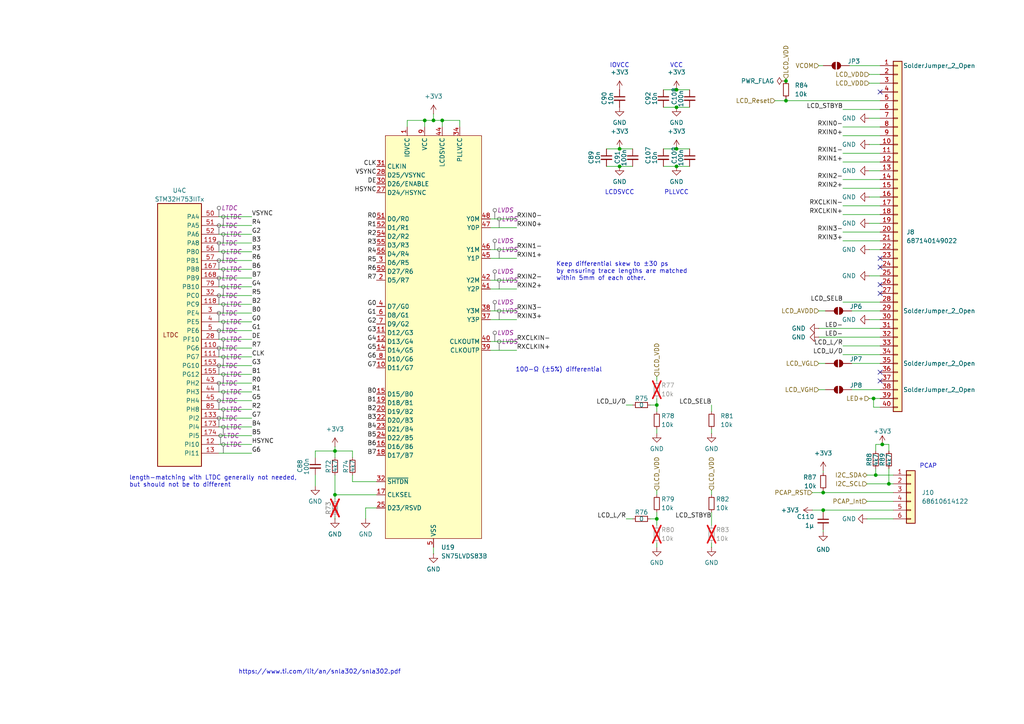
<source format=kicad_sch>
(kicad_sch
	(version 20250114)
	(generator "eeschema")
	(generator_version "9.0")
	(uuid "cfc08744-1338-460e-b9d6-bbb983fd58f1")
	(paper "A4")
	
	(text "100-Ω (±5%) differential "
		(exclude_from_sim no)
		(at 162.56 107.315 0)
		(effects
			(font
				(size 1.27 1.27)
			)
		)
		(uuid "1da41025-8cff-4a99-b544-8c763a73e2d1")
	)
	(text "length-matching with LTDC generally not needed,\nbut should not be to different"
		(exclude_from_sim no)
		(at 37.465 139.7 0)
		(effects
			(font
				(size 1.27 1.27)
			)
			(justify left)
		)
		(uuid "64ed9242-f7ed-489f-9dcd-11e30be8f01f")
	)
	(text "PLLVCC"
		(exclude_from_sim no)
		(at 196.215 55.88 0)
		(effects
			(font
				(size 1.27 1.27)
			)
		)
		(uuid "69441736-eb38-4f01-a3f7-3aea416466f1")
	)
	(text "VCC"
		(exclude_from_sim no)
		(at 196.215 19.05 0)
		(effects
			(font
				(size 1.27 1.27)
			)
		)
		(uuid "7910a5ee-8ec7-4e91-a5a0-12c5f115d328")
	)
	(text "Keep differential skew to ±30 ps\nby ensuring trace lengths are matched\nwithin 5mm of each other."
		(exclude_from_sim no)
		(at 161.29 78.74 0)
		(effects
			(font
				(size 1.27 1.27)
			)
			(justify left)
		)
		(uuid "8eeb9b79-d79c-41a9-8eb5-1c00247d0260")
	)
	(text "PCAP"
		(exclude_from_sim no)
		(at 269.24 135.255 0)
		(effects
			(font
				(size 1.27 1.27)
			)
		)
		(uuid "953f9d08-beaa-4a51-9778-13ce58a1a9e4")
	)
	(text "IOVCC"
		(exclude_from_sim no)
		(at 179.705 19.05 0)
		(effects
			(font
				(size 1.27 1.27)
			)
		)
		(uuid "9606f5f8-be5b-4b2d-8242-fc97946d3518")
	)
	(text "LCDSVCC"
		(exclude_from_sim no)
		(at 179.705 55.88 0)
		(effects
			(font
				(size 1.27 1.27)
			)
		)
		(uuid "b0eadaf5-52dd-452a-a86a-3eeecaa6db12")
	)
	(text "https://www.ti.com/lit/an/snla302/snla302.pdf"
		(exclude_from_sim no)
		(at 92.71 194.945 0)
		(effects
			(font
				(size 1.27 1.27)
			)
			(href "https://www.ti.com/lit/an/snla302/snla302.pdf")
		)
		(uuid "bb44997b-1e8e-473d-b79d-3a23b573ff01")
	)
	(junction
		(at 97.155 130.81)
		(diameter 0)
		(color 0 0 0 0)
		(uuid "0a014240-3880-4e76-9a94-85fc4b86e196")
	)
	(junction
		(at 179.705 48.26)
		(diameter 0)
		(color 0 0 0 0)
		(uuid "1a981e4a-df1f-4554-808a-8cb682e6b709")
	)
	(junction
		(at 255.905 128.905)
		(diameter 0)
		(color 0 0 0 0)
		(uuid "1f38e153-e651-4879-8c77-3220d9bfe30b")
	)
	(junction
		(at 196.215 26.035)
		(diameter 0)
		(color 0 0 0 0)
		(uuid "36bddcfd-11d5-48fe-af61-3a943aa79791")
	)
	(junction
		(at 257.81 140.335)
		(diameter 0)
		(color 0 0 0 0)
		(uuid "3925a27d-4875-405a-8c29-a7ba8d4725f7")
	)
	(junction
		(at 125.73 34.925)
		(diameter 0)
		(color 0 0 0 0)
		(uuid "51eeccfe-6686-4ca9-8aba-d515e08cb179")
	)
	(junction
		(at 190.5 117.475)
		(diameter 0)
		(color 0 0 0 0)
		(uuid "587b8044-6d76-4594-b205-64f5ae3d0cbf")
	)
	(junction
		(at 128.27 34.925)
		(diameter 0)
		(color 0 0 0 0)
		(uuid "5e4fb1b3-b906-42cb-9bcf-1fe43b515c5c")
	)
	(junction
		(at 123.19 34.925)
		(diameter 0)
		(color 0 0 0 0)
		(uuid "6921e377-c6aa-4918-8f18-78751ee65e4b")
	)
	(junction
		(at 227.965 29.21)
		(diameter 0)
		(color 0 0 0 0)
		(uuid "6b7b1be5-7851-40f7-b61c-54746ac8b71c")
	)
	(junction
		(at 179.705 43.18)
		(diameter 0)
		(color 0 0 0 0)
		(uuid "6f2f8254-1c91-4009-962f-948e94f45990")
	)
	(junction
		(at 238.76 147.955)
		(diameter 0)
		(color 0 0 0 0)
		(uuid "833e2d64-fc43-464a-9283-f695744d3d12")
	)
	(junction
		(at 253.365 115.57)
		(diameter 0)
		(color 0 0 0 0)
		(uuid "89518f6e-9c83-421f-9c57-ab6c1f4a7a34")
	)
	(junction
		(at 97.155 143.51)
		(diameter 0)
		(color 0 0 0 0)
		(uuid "b360e58b-d3d1-4f91-b7db-26a83f81783f")
	)
	(junction
		(at 238.76 142.875)
		(diameter 0)
		(color 0 0 0 0)
		(uuid "ba9f6885-d1c2-4976-8e6c-b3c768d67c14")
	)
	(junction
		(at 190.5 150.495)
		(diameter 0)
		(color 0 0 0 0)
		(uuid "cbdd449a-e405-445e-a272-3419885e6243")
	)
	(junction
		(at 196.215 48.26)
		(diameter 0)
		(color 0 0 0 0)
		(uuid "d008a368-33cc-4d3e-b958-698d092dfcd5")
	)
	(junction
		(at 196.215 31.115)
		(diameter 0)
		(color 0 0 0 0)
		(uuid "ec8f96ba-b615-4c3c-85a1-f8ab19bdb118")
	)
	(junction
		(at 227.965 23.495)
		(diameter 0)
		(color 0 0 0 0)
		(uuid "f0bb0dd0-1498-4cf2-80b4-e31af6999afb")
	)
	(junction
		(at 196.215 43.18)
		(diameter 0)
		(color 0 0 0 0)
		(uuid "f4221231-7f4d-4ee4-b654-d71f985c5bf1")
	)
	(junction
		(at 254 137.795)
		(diameter 0)
		(color 0 0 0 0)
		(uuid "f621acd5-9b92-4da7-afc1-ea1e53f7700e")
	)
	(no_connect
		(at 255.27 110.49)
		(uuid "206530de-08a6-4322-927d-360e1543f9c3")
	)
	(no_connect
		(at 255.27 82.55)
		(uuid "4670c019-b6c9-4fcc-b1c1-90483035a52d")
	)
	(no_connect
		(at 255.27 74.93)
		(uuid "57ba4c83-7552-48dc-a263-d34d0b323fe5")
	)
	(no_connect
		(at 255.27 85.09)
		(uuid "58e4a9ba-9959-41ee-8aa7-af7bb26bb0fc")
	)
	(no_connect
		(at 255.27 77.47)
		(uuid "6656bea9-1e28-47cc-8494-9faa91d6f4b4")
	)
	(no_connect
		(at 255.27 26.67)
		(uuid "b5294258-8b2c-4d02-a271-4a5af5e8753b")
	)
	(no_connect
		(at 255.27 107.95)
		(uuid "d5a720d4-226e-4161-a590-27effc13fbc0")
	)
	(wire
		(pts
			(xy 196.215 48.26) (xy 200.025 48.26)
		)
		(stroke
			(width 0)
			(type default)
		)
		(uuid "0298da3d-88c6-441a-bd23-3a8b6279e8c9")
	)
	(wire
		(pts
			(xy 251.46 140.335) (xy 257.81 140.335)
		)
		(stroke
			(width 0)
			(type default)
		)
		(uuid "05e528cd-cd25-429f-b1b3-d804461f1fbb")
	)
	(wire
		(pts
			(xy 257.81 135.89) (xy 257.81 140.335)
		)
		(stroke
			(width 0)
			(type default)
		)
		(uuid "06b39ecd-f131-4d5e-be11-106155e0051c")
	)
	(wire
		(pts
			(xy 149.86 99.06) (xy 142.24 99.06)
		)
		(stroke
			(width 0)
			(type default)
		)
		(uuid "0714a536-7eb6-4ce2-851e-ea015f0458bc")
	)
	(wire
		(pts
			(xy 238.76 154.305) (xy 238.76 153.67)
		)
		(stroke
			(width 0)
			(type default)
		)
		(uuid "07f733c1-2c84-4554-b580-90af3ab3af81")
	)
	(wire
		(pts
			(xy 97.155 149.86) (xy 97.155 150.495)
		)
		(stroke
			(width 0)
			(type default)
		)
		(uuid "09997052-fd26-4555-95c6-8743f1453e4f")
	)
	(wire
		(pts
			(xy 73.025 90.805) (xy 63.5 90.805)
		)
		(stroke
			(width 0)
			(type default)
		)
		(uuid "0c7769d9-58d9-424f-8e8c-af7626579794")
	)
	(wire
		(pts
			(xy 102.235 130.81) (xy 102.235 132.715)
		)
		(stroke
			(width 0)
			(type default)
		)
		(uuid "0c8bd05c-5fba-4223-a449-4cbbc5bdec09")
	)
	(wire
		(pts
			(xy 133.35 34.925) (xy 133.35 36.83)
		)
		(stroke
			(width 0)
			(type default)
		)
		(uuid "0fe53239-7447-4eb5-8ad5-c0e8b73b79db")
	)
	(wire
		(pts
			(xy 125.73 158.75) (xy 125.73 160.655)
		)
		(stroke
			(width 0)
			(type default)
		)
		(uuid "10cb2966-9e76-4d0b-ae0d-260f6ad04f92")
	)
	(wire
		(pts
			(xy 63.5 111.125) (xy 73.025 111.125)
		)
		(stroke
			(width 0)
			(type default)
		)
		(uuid "15e610cc-4c82-431d-a9a2-2303922c457c")
	)
	(wire
		(pts
			(xy 190.5 150.495) (xy 190.5 152.4)
		)
		(stroke
			(width 0)
			(type default)
		)
		(uuid "1682fa89-003e-4157-a37f-bb74a89a1921")
	)
	(wire
		(pts
			(xy 227.965 22.86) (xy 227.965 23.495)
		)
		(stroke
			(width 0)
			(type default)
		)
		(uuid "17155407-70a1-437c-acf1-ef8c745c8d55")
	)
	(wire
		(pts
			(xy 73.025 78.105) (xy 63.5 78.105)
		)
		(stroke
			(width 0)
			(type default)
		)
		(uuid "17d94e04-1564-40d7-929a-7f08193a5664")
	)
	(wire
		(pts
			(xy 238.76 147.955) (xy 238.76 148.59)
		)
		(stroke
			(width 0)
			(type default)
		)
		(uuid "193249d7-42be-4aa3-9346-3782bac88bef")
	)
	(wire
		(pts
			(xy 190.5 109.22) (xy 190.5 110.49)
		)
		(stroke
			(width 0)
			(type default)
		)
		(uuid "19ebde49-e7ee-4f44-aa21-c9a530b73c81")
	)
	(wire
		(pts
			(xy 252.095 92.71) (xy 255.27 92.71)
		)
		(stroke
			(width 0)
			(type default)
		)
		(uuid "1c029d85-b489-425d-b4be-7fb14080dda1")
	)
	(wire
		(pts
			(xy 247.015 90.17) (xy 255.27 90.17)
		)
		(stroke
			(width 0)
			(type default)
		)
		(uuid "1d48773f-2c67-4fd6-b92d-82324b248da6")
	)
	(wire
		(pts
			(xy 73.025 121.285) (xy 63.5 121.285)
		)
		(stroke
			(width 0)
			(type default)
		)
		(uuid "207bac0e-477b-4ecc-a9e7-30d1882c0397")
	)
	(wire
		(pts
			(xy 97.155 130.81) (xy 102.235 130.81)
		)
		(stroke
			(width 0)
			(type default)
		)
		(uuid "23b220bd-13e9-445f-ae5e-3ab326eee3d2")
	)
	(wire
		(pts
			(xy 238.76 142.24) (xy 238.76 142.875)
		)
		(stroke
			(width 0)
			(type default)
		)
		(uuid "23c600d3-e761-4c99-b45d-34adfb2a9b67")
	)
	(wire
		(pts
			(xy 244.475 62.23) (xy 255.27 62.23)
		)
		(stroke
			(width 0)
			(type default)
		)
		(uuid "27619d87-814b-4e66-8ce5-84c9b258f0bf")
	)
	(wire
		(pts
			(xy 142.24 74.93) (xy 149.86 74.93)
		)
		(stroke
			(width 0)
			(type default)
		)
		(uuid "29b1f2f7-9974-4042-9e5d-7f1190fac34f")
	)
	(wire
		(pts
			(xy 142.24 83.82) (xy 149.86 83.82)
		)
		(stroke
			(width 0)
			(type default)
		)
		(uuid "2c715c41-8579-4be5-8127-330173332aa8")
	)
	(wire
		(pts
			(xy 244.475 67.31) (xy 255.27 67.31)
		)
		(stroke
			(width 0)
			(type default)
		)
		(uuid "2f1b7142-5359-4472-b1fd-de96165f83e6")
	)
	(wire
		(pts
			(xy 73.025 80.645) (xy 63.5 80.645)
		)
		(stroke
			(width 0)
			(type default)
		)
		(uuid "2f42cc24-c719-4c2e-85ed-24e93a3cc083")
	)
	(wire
		(pts
			(xy 252.095 24.13) (xy 255.27 24.13)
		)
		(stroke
			(width 0)
			(type default)
		)
		(uuid "2f4e38f2-30cc-442c-b415-30467d32412d")
	)
	(wire
		(pts
			(xy 109.22 139.7) (xy 102.235 139.7)
		)
		(stroke
			(width 0)
			(type default)
		)
		(uuid "2fa43b00-581c-4b57-a7a9-a604f50b01d8")
	)
	(wire
		(pts
			(xy 73.025 70.485) (xy 63.5 70.485)
		)
		(stroke
			(width 0)
			(type default)
		)
		(uuid "2fd05b17-4010-4706-b3dd-e515141cfb1b")
	)
	(wire
		(pts
			(xy 181.61 150.495) (xy 183.515 150.495)
		)
		(stroke
			(width 0)
			(type default)
		)
		(uuid "30ffd6f7-ef1f-437f-9a7c-a23e216c9290")
	)
	(wire
		(pts
			(xy 206.375 117.475) (xy 206.375 119.38)
		)
		(stroke
			(width 0)
			(type default)
		)
		(uuid "312df952-f886-423f-9ecc-b76acc89c019")
	)
	(wire
		(pts
			(xy 244.475 59.69) (xy 255.27 59.69)
		)
		(stroke
			(width 0)
			(type default)
		)
		(uuid "338cbeb0-9e4c-42b6-9787-f19a5da2870c")
	)
	(wire
		(pts
			(xy 73.025 85.725) (xy 63.5 85.725)
		)
		(stroke
			(width 0)
			(type default)
		)
		(uuid "353d6dc0-f1dc-426d-ba7b-8e9e71df4b19")
	)
	(wire
		(pts
			(xy 227.965 28.575) (xy 227.965 29.21)
		)
		(stroke
			(width 0)
			(type default)
		)
		(uuid "354a3f1c-1c85-4f32-9b4a-8a7f5efa4e0a")
	)
	(wire
		(pts
			(xy 254 128.905) (xy 255.905 128.905)
		)
		(stroke
			(width 0)
			(type default)
		)
		(uuid "357e09a7-75f7-41a8-8c60-319f523d3773")
	)
	(wire
		(pts
			(xy 97.155 132.715) (xy 97.155 130.81)
		)
		(stroke
			(width 0)
			(type default)
		)
		(uuid "36eb8b53-c7a4-49dd-be5b-2105c6730fe4")
	)
	(wire
		(pts
			(xy 190.5 148.59) (xy 190.5 150.495)
		)
		(stroke
			(width 0)
			(type default)
		)
		(uuid "37521562-0348-42d1-a316-ad5f22f99668")
	)
	(wire
		(pts
			(xy 106.045 147.32) (xy 109.22 147.32)
		)
		(stroke
			(width 0)
			(type default)
		)
		(uuid "3a719ff8-c0b4-4593-b1f0-e26697bd70c2")
	)
	(wire
		(pts
			(xy 206.375 124.46) (xy 206.375 125.73)
		)
		(stroke
			(width 0)
			(type default)
		)
		(uuid "3ae24d99-1378-4e06-9b17-fab03726b185")
	)
	(wire
		(pts
			(xy 253.365 118.11) (xy 253.365 115.57)
		)
		(stroke
			(width 0)
			(type default)
		)
		(uuid "3d796974-152f-4f56-bd9a-5cb2a66feb94")
	)
	(wire
		(pts
			(xy 149.86 90.17) (xy 142.24 90.17)
		)
		(stroke
			(width 0)
			(type default)
		)
		(uuid "3db8ead2-c244-4591-9f6b-d8e5bc35cade")
	)
	(wire
		(pts
			(xy 251.46 137.795) (xy 254 137.795)
		)
		(stroke
			(width 0)
			(type default)
		)
		(uuid "3f295cfd-ebba-4b1e-bac9-708590bd77b6")
	)
	(wire
		(pts
			(xy 63.5 113.665) (xy 73.025 113.665)
		)
		(stroke
			(width 0)
			(type default)
		)
		(uuid "41c0f2a2-254c-4e56-9716-76286db98166")
	)
	(wire
		(pts
			(xy 91.44 130.81) (xy 97.155 130.81)
		)
		(stroke
			(width 0)
			(type default)
		)
		(uuid "45d0edf7-736a-4aa7-a23f-5212f8458eff")
	)
	(wire
		(pts
			(xy 253.365 118.11) (xy 255.27 118.11)
		)
		(stroke
			(width 0)
			(type default)
		)
		(uuid "4718d472-c8b6-4441-ab81-d18e38c07fbd")
	)
	(wire
		(pts
			(xy 73.025 95.885) (xy 63.5 95.885)
		)
		(stroke
			(width 0)
			(type default)
		)
		(uuid "474024e8-c41f-40cb-9189-6472ac0431c2")
	)
	(wire
		(pts
			(xy 244.475 54.61) (xy 255.27 54.61)
		)
		(stroke
			(width 0)
			(type default)
		)
		(uuid "48985834-8e71-434f-b58e-ed9ffa085d20")
	)
	(wire
		(pts
			(xy 63.5 103.505) (xy 73.025 103.505)
		)
		(stroke
			(width 0)
			(type default)
		)
		(uuid "4b343079-75dc-4d8e-b342-cb17a71dc1e2")
	)
	(wire
		(pts
			(xy 238.76 147.955) (xy 259.08 147.955)
		)
		(stroke
			(width 0)
			(type default)
		)
		(uuid "4c814185-20ab-4c63-85a3-08873cf631b5")
	)
	(wire
		(pts
			(xy 73.025 126.365) (xy 63.5 126.365)
		)
		(stroke
			(width 0)
			(type default)
		)
		(uuid "4cfb2005-de05-4a9f-b8a3-20c9e3e1b72d")
	)
	(wire
		(pts
			(xy 73.025 88.265) (xy 63.5 88.265)
		)
		(stroke
			(width 0)
			(type default)
		)
		(uuid "502ec2c1-b2f3-4c69-8215-aea89d77cbb8")
	)
	(wire
		(pts
			(xy 235.585 142.875) (xy 238.76 142.875)
		)
		(stroke
			(width 0)
			(type default)
		)
		(uuid "51176f82-a718-44d9-8aac-1fbaebeebff1")
	)
	(wire
		(pts
			(xy 125.73 34.925) (xy 128.27 34.925)
		)
		(stroke
			(width 0)
			(type default)
		)
		(uuid "512c3170-6919-410f-ab24-a01210192fc0")
	)
	(wire
		(pts
			(xy 73.025 75.565) (xy 63.5 75.565)
		)
		(stroke
			(width 0)
			(type default)
		)
		(uuid "5189ac23-5b18-47b9-a125-4cf0911b02fc")
	)
	(wire
		(pts
			(xy 175.895 48.26) (xy 179.705 48.26)
		)
		(stroke
			(width 0)
			(type default)
		)
		(uuid "57ab13e2-8a92-42d1-9fb8-6b02d0766ffe")
	)
	(wire
		(pts
			(xy 188.595 150.495) (xy 190.5 150.495)
		)
		(stroke
			(width 0)
			(type default)
		)
		(uuid "5bb6ede0-1f09-4ee3-b054-e913caa88144")
	)
	(wire
		(pts
			(xy 252.095 64.77) (xy 255.27 64.77)
		)
		(stroke
			(width 0)
			(type default)
		)
		(uuid "5d74f553-7285-4b03-8f7a-7493264e6ca7")
	)
	(wire
		(pts
			(xy 237.49 95.25) (xy 255.27 95.25)
		)
		(stroke
			(width 0)
			(type default)
		)
		(uuid "5f241d29-31c2-41f4-bd3d-059c2e65be39")
	)
	(wire
		(pts
			(xy 73.025 128.905) (xy 63.5 128.905)
		)
		(stroke
			(width 0)
			(type default)
		)
		(uuid "6075275d-7f2e-461d-a448-e93aaa6b54b5")
	)
	(wire
		(pts
			(xy 206.375 142.24) (xy 206.375 143.51)
		)
		(stroke
			(width 0)
			(type default)
		)
		(uuid "60c7230e-5bca-4180-bcca-03d23889c8d9")
	)
	(wire
		(pts
			(xy 179.705 43.18) (xy 183.515 43.18)
		)
		(stroke
			(width 0)
			(type default)
		)
		(uuid "652c6c39-fa45-4f03-89a8-cde00a0d1335")
	)
	(wire
		(pts
			(xy 181.61 117.475) (xy 183.515 117.475)
		)
		(stroke
			(width 0)
			(type default)
		)
		(uuid "65cc8ab6-13ef-40a8-9b07-cc9baf602c04")
	)
	(wire
		(pts
			(xy 244.475 69.85) (xy 255.27 69.85)
		)
		(stroke
			(width 0)
			(type default)
		)
		(uuid "671eb76e-ac7c-495b-9377-d06227dbda46")
	)
	(wire
		(pts
			(xy 206.375 157.48) (xy 206.375 158.75)
		)
		(stroke
			(width 0)
			(type default)
		)
		(uuid "68278b12-7341-4bce-ab78-6f965d6478a7")
	)
	(wire
		(pts
			(xy 188.595 117.475) (xy 190.5 117.475)
		)
		(stroke
			(width 0)
			(type default)
		)
		(uuid "6e4fea39-f48b-434e-b2ca-502d3b4c5e09")
	)
	(wire
		(pts
			(xy 106.045 150.495) (xy 106.045 147.32)
		)
		(stroke
			(width 0)
			(type default)
		)
		(uuid "6f5af170-38aa-4c58-a2e9-2e76e811c87e")
	)
	(wire
		(pts
			(xy 63.5 106.045) (xy 73.025 106.045)
		)
		(stroke
			(width 0)
			(type default)
		)
		(uuid "6fd5cd1c-1fce-4386-8556-454db23ddc22")
	)
	(wire
		(pts
			(xy 63.5 108.585) (xy 73.025 108.585)
		)
		(stroke
			(width 0)
			(type default)
		)
		(uuid "705eca2d-93f6-4c58-a085-77d229760b3e")
	)
	(wire
		(pts
			(xy 244.475 102.87) (xy 255.27 102.87)
		)
		(stroke
			(width 0)
			(type default)
		)
		(uuid "71413b15-4c29-4db8-9aca-4d4d08e03b81")
	)
	(wire
		(pts
			(xy 190.5 124.46) (xy 190.5 125.73)
		)
		(stroke
			(width 0)
			(type default)
		)
		(uuid "71808231-1ba2-4266-ac0d-4cd719878a39")
	)
	(wire
		(pts
			(xy 251.46 145.415) (xy 259.08 145.415)
		)
		(stroke
			(width 0)
			(type default)
		)
		(uuid "718cbf0e-2c2e-4dfb-aa82-e96c26e595e9")
	)
	(wire
		(pts
			(xy 73.025 98.425) (xy 63.5 98.425)
		)
		(stroke
			(width 0)
			(type default)
		)
		(uuid "7346d934-c35c-43c1-88c0-f88dc480586d")
	)
	(wire
		(pts
			(xy 123.19 34.925) (xy 125.73 34.925)
		)
		(stroke
			(width 0)
			(type default)
		)
		(uuid "79289023-9eda-4942-b277-ffdf5c17a90c")
	)
	(wire
		(pts
			(xy 206.375 148.59) (xy 206.375 152.4)
		)
		(stroke
			(width 0)
			(type default)
		)
		(uuid "79526d75-b91c-4e80-a209-f4f7252523a2")
	)
	(wire
		(pts
			(xy 237.49 97.79) (xy 255.27 97.79)
		)
		(stroke
			(width 0)
			(type default)
		)
		(uuid "7a3e6c4f-9432-460d-bcc3-675f61fb2f7b")
	)
	(wire
		(pts
			(xy 237.49 90.17) (xy 239.395 90.17)
		)
		(stroke
			(width 0)
			(type default)
		)
		(uuid "7ba4c5a6-fc2a-42bf-835e-6d3fe146eb49")
	)
	(wire
		(pts
			(xy 73.025 65.405) (xy 63.5 65.405)
		)
		(stroke
			(width 0)
			(type default)
		)
		(uuid "7c194a2f-2393-4372-aed6-e1e9f16266e8")
	)
	(wire
		(pts
			(xy 244.475 87.63) (xy 255.27 87.63)
		)
		(stroke
			(width 0)
			(type default)
		)
		(uuid "7d97b2ea-9c3a-4444-8140-5f88442d21a4")
	)
	(wire
		(pts
			(xy 247.015 113.03) (xy 255.27 113.03)
		)
		(stroke
			(width 0)
			(type default)
		)
		(uuid "7eec6d08-ea72-4bec-9e8e-da5a45800fae")
	)
	(wire
		(pts
			(xy 102.235 139.7) (xy 102.235 137.795)
		)
		(stroke
			(width 0)
			(type default)
		)
		(uuid "7ef4ed38-09cf-4dc1-8d17-593720d6bfbd")
	)
	(wire
		(pts
			(xy 257.81 140.335) (xy 259.08 140.335)
		)
		(stroke
			(width 0)
			(type default)
		)
		(uuid "80449c22-7a2e-48ef-b100-319c64440b08")
	)
	(wire
		(pts
			(xy 91.44 130.81) (xy 91.44 132.715)
		)
		(stroke
			(width 0)
			(type default)
		)
		(uuid "8052b36c-73f0-4c99-a4b1-bba64c1b82e2")
	)
	(wire
		(pts
			(xy 118.11 34.925) (xy 123.19 34.925)
		)
		(stroke
			(width 0)
			(type default)
		)
		(uuid "82256a26-20d4-4f1c-8160-6219baaaf0fd")
	)
	(wire
		(pts
			(xy 192.405 31.115) (xy 196.215 31.115)
		)
		(stroke
			(width 0)
			(type default)
		)
		(uuid "824ceded-869f-4f61-9b0d-737a6d94db16")
	)
	(wire
		(pts
			(xy 252.095 34.29) (xy 255.27 34.29)
		)
		(stroke
			(width 0)
			(type default)
		)
		(uuid "83cc7d18-3605-4624-a3e7-065a5db17972")
	)
	(wire
		(pts
			(xy 97.155 129.54) (xy 97.155 130.81)
		)
		(stroke
			(width 0)
			(type default)
		)
		(uuid "862bf58b-0b37-45d1-90c8-c77c888bb601")
	)
	(wire
		(pts
			(xy 238.76 142.875) (xy 259.08 142.875)
		)
		(stroke
			(width 0)
			(type default)
		)
		(uuid "8a253ece-2bc3-43e4-9198-530d6b262d90")
	)
	(wire
		(pts
			(xy 253.365 115.57) (xy 255.27 115.57)
		)
		(stroke
			(width 0)
			(type default)
		)
		(uuid "8b0d9d8b-5c7a-4cad-883a-66ceb5f7ef54")
	)
	(wire
		(pts
			(xy 237.49 105.41) (xy 239.395 105.41)
		)
		(stroke
			(width 0)
			(type default)
		)
		(uuid "8b6da8b0-de78-4e0a-9628-aa523a0de7bb")
	)
	(wire
		(pts
			(xy 252.095 72.39) (xy 255.27 72.39)
		)
		(stroke
			(width 0)
			(type default)
		)
		(uuid "8fcba768-840e-438e-ac66-8ec626ed306c")
	)
	(wire
		(pts
			(xy 175.895 43.18) (xy 179.705 43.18)
		)
		(stroke
			(width 0)
			(type default)
		)
		(uuid "90afa069-9607-44d1-8a5b-5ef07d699a4a")
	)
	(wire
		(pts
			(xy 123.19 34.925) (xy 123.19 36.83)
		)
		(stroke
			(width 0)
			(type default)
		)
		(uuid "95aa725c-7b4c-4809-b773-ab53822a785e")
	)
	(wire
		(pts
			(xy 91.44 137.795) (xy 91.44 140.97)
		)
		(stroke
			(width 0)
			(type default)
		)
		(uuid "96be8705-1aaf-4f28-aace-ecacb5b0fc86")
	)
	(wire
		(pts
			(xy 235.585 147.955) (xy 238.76 147.955)
		)
		(stroke
			(width 0)
			(type default)
		)
		(uuid "9af2513d-bd0e-422c-8c69-9f61ea71fb1c")
	)
	(wire
		(pts
			(xy 244.475 36.83) (xy 255.27 36.83)
		)
		(stroke
			(width 0)
			(type default)
		)
		(uuid "9afaf073-8914-4b5f-9a09-321c7823603b")
	)
	(wire
		(pts
			(xy 149.86 63.5) (xy 142.24 63.5)
		)
		(stroke
			(width 0)
			(type default)
		)
		(uuid "9b1bb6e8-b640-4df4-90e7-f515e45fb94d")
	)
	(wire
		(pts
			(xy 257.81 128.905) (xy 257.81 130.81)
		)
		(stroke
			(width 0)
			(type default)
		)
		(uuid "9c4d6a6f-f984-42f1-a37b-45ccd36c49c2")
	)
	(wire
		(pts
			(xy 252.095 115.57) (xy 253.365 115.57)
		)
		(stroke
			(width 0)
			(type default)
		)
		(uuid "9cb67b43-cabd-47e1-99bb-bf896041f2a0")
	)
	(wire
		(pts
			(xy 255.905 128.905) (xy 257.81 128.905)
		)
		(stroke
			(width 0)
			(type default)
		)
		(uuid "9cd4ebb7-1f67-4d4a-86a6-5d4df2a67f6d")
	)
	(wire
		(pts
			(xy 238.76 19.05) (xy 237.49 19.05)
		)
		(stroke
			(width 0)
			(type default)
		)
		(uuid "9f27b011-688f-4b6b-a398-2eb6a223dd49")
	)
	(wire
		(pts
			(xy 73.025 123.825) (xy 63.5 123.825)
		)
		(stroke
			(width 0)
			(type default)
		)
		(uuid "a0b0b6be-49e7-466a-9be7-f5d9a5e202c7")
	)
	(wire
		(pts
			(xy 73.025 62.865) (xy 63.5 62.865)
		)
		(stroke
			(width 0)
			(type default)
		)
		(uuid "a2d4b60b-4a56-4117-9f46-350310b40e10")
	)
	(wire
		(pts
			(xy 238.76 136.525) (xy 238.76 137.16)
		)
		(stroke
			(width 0)
			(type default)
		)
		(uuid "a38bdfda-67d3-463a-8274-24b317601fed")
	)
	(wire
		(pts
			(xy 196.215 43.18) (xy 200.025 43.18)
		)
		(stroke
			(width 0)
			(type default)
		)
		(uuid "a42e8e46-cd2f-432f-9417-b53432b08db3")
	)
	(wire
		(pts
			(xy 227.965 29.21) (xy 255.27 29.21)
		)
		(stroke
			(width 0)
			(type default)
		)
		(uuid "a94d2cb2-c0e3-4b77-867f-08036eb8635e")
	)
	(wire
		(pts
			(xy 179.705 48.26) (xy 183.515 48.26)
		)
		(stroke
			(width 0)
			(type default)
		)
		(uuid "a9ab5bcb-7b6e-465d-8750-6972b61c2bbb")
	)
	(wire
		(pts
			(xy 196.215 31.115) (xy 200.025 31.115)
		)
		(stroke
			(width 0)
			(type default)
		)
		(uuid "aa32b454-0871-44c0-a45c-e8ddba70bf7e")
	)
	(wire
		(pts
			(xy 73.025 83.185) (xy 63.5 83.185)
		)
		(stroke
			(width 0)
			(type default)
		)
		(uuid "ab9141a5-c2e4-4987-b240-5417d21ae07d")
	)
	(wire
		(pts
			(xy 244.475 52.07) (xy 255.27 52.07)
		)
		(stroke
			(width 0)
			(type default)
		)
		(uuid "ae07fa32-ecd4-4f47-9f9a-68257480dc89")
	)
	(wire
		(pts
			(xy 252.095 21.59) (xy 255.27 21.59)
		)
		(stroke
			(width 0)
			(type default)
		)
		(uuid "ae5d1da4-dc18-4b2d-bc7a-ff67f4fd9e22")
	)
	(wire
		(pts
			(xy 73.025 73.025) (xy 63.5 73.025)
		)
		(stroke
			(width 0)
			(type default)
		)
		(uuid "ae88b2ef-c6a0-445c-8cfe-50ec635910c2")
	)
	(wire
		(pts
			(xy 252.095 80.01) (xy 255.27 80.01)
		)
		(stroke
			(width 0)
			(type default)
		)
		(uuid "b3918266-6f83-4b67-95c2-a18adeb3b8f8")
	)
	(wire
		(pts
			(xy 244.475 100.33) (xy 255.27 100.33)
		)
		(stroke
			(width 0)
			(type default)
		)
		(uuid "b74665b8-9c25-4e6e-9b69-3020ade95bd7")
	)
	(wire
		(pts
			(xy 125.73 33.02) (xy 125.73 34.925)
		)
		(stroke
			(width 0)
			(type default)
		)
		(uuid "b840f00d-7dd3-40a7-a038-2bd1432f126e")
	)
	(wire
		(pts
			(xy 128.27 34.925) (xy 133.35 34.925)
		)
		(stroke
			(width 0)
			(type default)
		)
		(uuid "b92b6ecf-f5c2-4e28-a6c0-424f103af062")
	)
	(wire
		(pts
			(xy 252.095 57.15) (xy 255.27 57.15)
		)
		(stroke
			(width 0)
			(type default)
		)
		(uuid "ba578d3a-fb82-4cea-8c1f-7e1fda372293")
	)
	(wire
		(pts
			(xy 254 137.795) (xy 259.08 137.795)
		)
		(stroke
			(width 0)
			(type default)
		)
		(uuid "bbd5ddb8-14c3-4b2b-aa92-4b50e140d68c")
	)
	(wire
		(pts
			(xy 251.46 150.495) (xy 259.08 150.495)
		)
		(stroke
			(width 0)
			(type default)
		)
		(uuid "bc4832a6-be93-4682-a561-6bd59cf7249f")
	)
	(wire
		(pts
			(xy 254 128.905) (xy 254 130.81)
		)
		(stroke
			(width 0)
			(type default)
		)
		(uuid "bd98bc5c-a944-4744-b53e-8f22f3ee1dda")
	)
	(wire
		(pts
			(xy 142.24 101.6) (xy 149.86 101.6)
		)
		(stroke
			(width 0)
			(type default)
		)
		(uuid "bdbf3e05-4ce9-4913-af14-3d367f3a176f")
	)
	(wire
		(pts
			(xy 244.475 39.37) (xy 255.27 39.37)
		)
		(stroke
			(width 0)
			(type default)
		)
		(uuid "bef8842b-46f7-4d9f-b8ff-b5523cb14e85")
	)
	(wire
		(pts
			(xy 73.025 67.945) (xy 63.5 67.945)
		)
		(stroke
			(width 0)
			(type default)
		)
		(uuid "bf035543-2a39-45e7-8df5-7690765d5f49")
	)
	(wire
		(pts
			(xy 246.38 19.05) (xy 255.27 19.05)
		)
		(stroke
			(width 0)
			(type default)
		)
		(uuid "bf1a0c06-a77e-4d5d-b51a-51e35ebf3517")
	)
	(wire
		(pts
			(xy 252.095 41.91) (xy 255.27 41.91)
		)
		(stroke
			(width 0)
			(type default)
		)
		(uuid "bf23b9bf-e84b-4f47-83d9-2d403c4d44e9")
	)
	(wire
		(pts
			(xy 63.5 118.745) (xy 73.025 118.745)
		)
		(stroke
			(width 0)
			(type default)
		)
		(uuid "c74f487b-259d-4448-825c-86a0898969f4")
	)
	(wire
		(pts
			(xy 192.405 43.18) (xy 196.215 43.18)
		)
		(stroke
			(width 0)
			(type default)
		)
		(uuid "c98340a9-4958-44da-bead-778ce16b983c")
	)
	(wire
		(pts
			(xy 244.475 46.99) (xy 255.27 46.99)
		)
		(stroke
			(width 0)
			(type default)
		)
		(uuid "c9db60b3-18a2-4d9a-b871-8efab5d8404d")
	)
	(wire
		(pts
			(xy 192.405 26.035) (xy 196.215 26.035)
		)
		(stroke
			(width 0)
			(type default)
		)
		(uuid "cedf6cc6-cf0c-4876-9970-dbb1e94e38da")
	)
	(wire
		(pts
			(xy 149.86 72.39) (xy 142.24 72.39)
		)
		(stroke
			(width 0)
			(type default)
		)
		(uuid "d075d592-3916-48ba-bae1-4c662547c997")
	)
	(wire
		(pts
			(xy 73.025 100.965) (xy 63.5 100.965)
		)
		(stroke
			(width 0)
			(type default)
		)
		(uuid "d45c6d57-f568-4cd8-b7c8-36ad8932d851")
	)
	(wire
		(pts
			(xy 247.015 105.41) (xy 255.27 105.41)
		)
		(stroke
			(width 0)
			(type default)
		)
		(uuid "d6807f41-e188-46f1-8757-7119b247f85f")
	)
	(wire
		(pts
			(xy 190.5 117.475) (xy 190.5 119.38)
		)
		(stroke
			(width 0)
			(type default)
		)
		(uuid "e03c2f78-ecb6-4011-a780-91df4e9eb48f")
	)
	(wire
		(pts
			(xy 142.24 92.71) (xy 149.86 92.71)
		)
		(stroke
			(width 0)
			(type default)
		)
		(uuid "e0779c4d-d336-4ce1-bfa3-a3790b2fc8bf")
	)
	(wire
		(pts
			(xy 73.025 131.445) (xy 63.5 131.445)
		)
		(stroke
			(width 0)
			(type default)
		)
		(uuid "e08e363e-2784-44c9-a7c0-82001ed08804")
	)
	(wire
		(pts
			(xy 190.5 142.24) (xy 190.5 143.51)
		)
		(stroke
			(width 0)
			(type default)
		)
		(uuid "e0bfcbdd-bdf9-48a7-a6f5-92a1581af31c")
	)
	(wire
		(pts
			(xy 244.475 44.45) (xy 255.27 44.45)
		)
		(stroke
			(width 0)
			(type default)
		)
		(uuid "e2388c05-3c96-4150-bfba-fabf46d0bbae")
	)
	(wire
		(pts
			(xy 97.155 137.795) (xy 97.155 143.51)
		)
		(stroke
			(width 0)
			(type default)
		)
		(uuid "e70de6e4-78af-4d30-a1cb-1182b39e31e4")
	)
	(wire
		(pts
			(xy 142.24 66.04) (xy 149.86 66.04)
		)
		(stroke
			(width 0)
			(type default)
		)
		(uuid "e7cab5c7-8679-4b50-a42f-f882b181fbb9")
	)
	(wire
		(pts
			(xy 118.11 36.83) (xy 118.11 34.925)
		)
		(stroke
			(width 0)
			(type default)
		)
		(uuid "ea9d0ea8-e098-4297-9c55-b45bedd20476")
	)
	(wire
		(pts
			(xy 149.86 81.28) (xy 142.24 81.28)
		)
		(stroke
			(width 0)
			(type default)
		)
		(uuid "eb39c25b-ffe2-4da6-a0b2-8af71d0c1172")
	)
	(wire
		(pts
			(xy 192.405 48.26) (xy 196.215 48.26)
		)
		(stroke
			(width 0)
			(type default)
		)
		(uuid "f16df34f-8751-4964-b975-6f243a856a47")
	)
	(wire
		(pts
			(xy 237.49 113.03) (xy 239.395 113.03)
		)
		(stroke
			(width 0)
			(type default)
		)
		(uuid "f2557df2-1adf-456b-8f1a-153221d9ea7f")
	)
	(wire
		(pts
			(xy 254 135.89) (xy 254 137.795)
		)
		(stroke
			(width 0)
			(type default)
		)
		(uuid "f34b4a7f-30c2-4c02-acad-64be66476446")
	)
	(wire
		(pts
			(xy 63.5 116.205) (xy 73.025 116.205)
		)
		(stroke
			(width 0)
			(type default)
		)
		(uuid "f535fc31-7588-4f12-9448-61babb53b8af")
	)
	(wire
		(pts
			(xy 97.155 143.51) (xy 109.22 143.51)
		)
		(stroke
			(width 0)
			(type default)
		)
		(uuid "f554973e-e8dd-4851-bca8-6fe663208a8f")
	)
	(wire
		(pts
			(xy 97.155 143.51) (xy 97.155 144.78)
		)
		(stroke
			(width 0)
			(type default)
		)
		(uuid "f564e718-be05-4a41-9b64-a20ab63ac335")
	)
	(wire
		(pts
			(xy 73.025 93.345) (xy 63.5 93.345)
		)
		(stroke
			(width 0)
			(type default)
		)
		(uuid "f5a32e9c-1591-4c8b-a8ac-b0056357b0dd")
	)
	(wire
		(pts
			(xy 190.5 157.48) (xy 190.5 158.75)
		)
		(stroke
			(width 0)
			(type default)
		)
		(uuid "f86d5a4b-b4ea-4bd2-b58a-bff92fc439ab")
	)
	(wire
		(pts
			(xy 244.475 31.75) (xy 255.27 31.75)
		)
		(stroke
			(width 0)
			(type default)
		)
		(uuid "f8bd3e43-06b8-48bc-969c-a24c8a936e42")
	)
	(wire
		(pts
			(xy 224.79 29.21) (xy 227.965 29.21)
		)
		(stroke
			(width 0)
			(type default)
		)
		(uuid "f907b5bd-be26-4ce3-bba1-b715c06131de")
	)
	(wire
		(pts
			(xy 190.5 115.57) (xy 190.5 117.475)
		)
		(stroke
			(width 0)
			(type default)
		)
		(uuid "fc269f37-55eb-4e62-8764-57f209f35f43")
	)
	(wire
		(pts
			(xy 252.095 49.53) (xy 255.27 49.53)
		)
		(stroke
			(width 0)
			(type default)
		)
		(uuid "fd2d8bec-9089-483f-bc2e-e8ddcafcfebb")
	)
	(wire
		(pts
			(xy 128.27 34.925) (xy 128.27 36.83)
		)
		(stroke
			(width 0)
			(type default)
		)
		(uuid "fe954440-ef8c-4f09-84e0-0a27616cf92c")
	)
	(wire
		(pts
			(xy 196.215 26.035) (xy 200.025 26.035)
		)
		(stroke
			(width 0)
			(type default)
		)
		(uuid "ffa19dcc-fc4d-4cde-b3c6-4f1326019579")
	)
	(label "RXIN3-"
		(at 149.86 90.17 0)
		(effects
			(font
				(size 1.27 1.27)
			)
			(justify left bottom)
		)
		(uuid "00d2695c-ba7e-4b9b-a7dc-eb3405ab6848")
	)
	(label "CLK"
		(at 109.22 48.26 180)
		(effects
			(font
				(size 1.27 1.27)
			)
			(justify right bottom)
		)
		(uuid "0152042a-2e95-49bd-8c52-583776a4d18d")
	)
	(label "G7"
		(at 109.22 106.68 180)
		(effects
			(font
				(size 1.27 1.27)
			)
			(justify right bottom)
		)
		(uuid "08754e1f-e8f7-4846-ab84-6afec5cd4af9")
	)
	(label "R6"
		(at 73.025 75.565 0)
		(effects
			(font
				(size 1.27 1.27)
			)
			(justify left bottom)
		)
		(uuid "08ca3b5f-fac8-4fb4-9832-087b8859e3e4")
	)
	(label "G6"
		(at 73.025 131.445 0)
		(effects
			(font
				(size 1.27 1.27)
			)
			(justify left bottom)
		)
		(uuid "096b0597-da20-426d-a588-67938caf16a3")
	)
	(label "B0"
		(at 109.22 114.3 180)
		(effects
			(font
				(size 1.27 1.27)
			)
			(justify right bottom)
		)
		(uuid "096d8b65-3f35-45ea-a2cb-ec5d8c6d025a")
	)
	(label "RXIN2+"
		(at 244.475 54.61 180)
		(effects
			(font
				(size 1.27 1.27)
			)
			(justify right bottom)
		)
		(uuid "0e44530d-a1d4-42ae-910e-b7fa88ab0906")
	)
	(label "G6"
		(at 109.22 104.14 180)
		(effects
			(font
				(size 1.27 1.27)
			)
			(justify right bottom)
		)
		(uuid "148f24ec-133d-46ba-8469-e51a77694918")
	)
	(label "LED-"
		(at 244.475 97.79 180)
		(effects
			(font
				(size 1.27 1.27)
			)
			(justify right bottom)
		)
		(uuid "1734c896-d62e-44bd-8d20-21a2e9dccd60")
	)
	(label "B0"
		(at 73.025 90.805 0)
		(effects
			(font
				(size 1.27 1.27)
			)
			(justify left bottom)
		)
		(uuid "2533289e-e9d3-45ba-974c-2c60d94ab3ac")
	)
	(label "B5"
		(at 73.025 126.365 0)
		(effects
			(font
				(size 1.27 1.27)
			)
			(justify left bottom)
		)
		(uuid "2b03ce00-50b9-443b-a694-95e2ad9fbd0b")
	)
	(label "RXCLKIN+"
		(at 244.475 62.23 180)
		(effects
			(font
				(size 1.27 1.27)
			)
			(justify right bottom)
		)
		(uuid "2bc06b32-3f21-403a-9e2f-cc5591cc7bf4")
	)
	(label "B6"
		(at 73.025 78.105 0)
		(effects
			(font
				(size 1.27 1.27)
			)
			(justify left bottom)
		)
		(uuid "2f13269d-acbc-4026-a52b-966bcaf67fb9")
	)
	(label "R5"
		(at 109.22 76.2 180)
		(effects
			(font
				(size 1.27 1.27)
			)
			(justify right bottom)
		)
		(uuid "2f9635c8-4f48-4faf-a078-cffff38268eb")
	)
	(label "G5"
		(at 109.22 101.6 180)
		(effects
			(font
				(size 1.27 1.27)
			)
			(justify right bottom)
		)
		(uuid "2ff65520-03fa-4157-9b8f-e439531e5d4d")
	)
	(label "R5"
		(at 73.025 85.725 0)
		(effects
			(font
				(size 1.27 1.27)
			)
			(justify left bottom)
		)
		(uuid "30a26e4c-77dd-4daa-959d-9445d0b53384")
	)
	(label "LCD_STBYB"
		(at 206.375 150.495 180)
		(effects
			(font
				(size 1.27 1.27)
			)
			(justify right bottom)
		)
		(uuid "313daad7-5729-4cd5-a0eb-96ce9856e820")
	)
	(label "HSYNC"
		(at 73.025 128.905 0)
		(effects
			(font
				(size 1.27 1.27)
			)
			(justify left bottom)
		)
		(uuid "37ed1a4c-aaa7-4117-9939-eaf71c7fd3dd")
	)
	(label "VSYNC"
		(at 73.025 62.865 0)
		(effects
			(font
				(size 1.27 1.27)
			)
			(justify left bottom)
		)
		(uuid "4027ccb6-ccfc-48bb-ac38-97fd486ede19")
	)
	(label "R3"
		(at 73.025 73.025 0)
		(effects
			(font
				(size 1.27 1.27)
			)
			(justify left bottom)
		)
		(uuid "402fbdd1-f16d-42f6-b6d4-2893e3aeedfc")
	)
	(label "RXIN3+"
		(at 149.86 92.71 0)
		(effects
			(font
				(size 1.27 1.27)
			)
			(justify left bottom)
		)
		(uuid "4a58a965-b7ea-4b42-b760-89192e489f04")
	)
	(label "B3"
		(at 73.025 70.485 0)
		(effects
			(font
				(size 1.27 1.27)
			)
			(justify left bottom)
		)
		(uuid "4fe9fb27-c50c-4dba-8b12-14fe9d941704")
	)
	(label "R0"
		(at 73.025 111.125 0)
		(effects
			(font
				(size 1.27 1.27)
			)
			(justify left bottom)
		)
		(uuid "5036eab7-a315-4c60-9769-172ad985f941")
	)
	(label "R6"
		(at 109.22 78.74 180)
		(effects
			(font
				(size 1.27 1.27)
			)
			(justify right bottom)
		)
		(uuid "50a8c713-5dc9-4c0c-87ac-23fc241eaac3")
	)
	(label "RXIN3+"
		(at 244.475 69.85 180)
		(effects
			(font
				(size 1.27 1.27)
			)
			(justify right bottom)
		)
		(uuid "57003274-96a1-4384-8c1a-2fe513369741")
	)
	(label "R1"
		(at 73.025 113.665 0)
		(effects
			(font
				(size 1.27 1.27)
			)
			(justify left bottom)
		)
		(uuid "57fc748d-c2ac-41da-bfa8-02cfdd97af99")
	)
	(label "B1"
		(at 109.22 116.84 180)
		(effects
			(font
				(size 1.27 1.27)
			)
			(justify right bottom)
		)
		(uuid "5a19eec5-bc36-4a24-9e46-c05116e0da24")
	)
	(label "RXIN2-"
		(at 149.86 81.28 0)
		(effects
			(font
				(size 1.27 1.27)
			)
			(justify left bottom)
		)
		(uuid "5db48e7d-4953-4fc8-b0c0-3d62cafc07b8")
	)
	(label "G3"
		(at 73.025 106.045 0)
		(effects
			(font
				(size 1.27 1.27)
			)
			(justify left bottom)
		)
		(uuid "5ece0f61-52d4-421f-b104-18f73cbff931")
	)
	(label "DE"
		(at 73.025 98.425 0)
		(effects
			(font
				(size 1.27 1.27)
			)
			(justify left bottom)
		)
		(uuid "5f11e062-7669-4fed-ae54-2410bfd2c9aa")
	)
	(label "B4"
		(at 109.22 124.46 180)
		(effects
			(font
				(size 1.27 1.27)
			)
			(justify right bottom)
		)
		(uuid "6243d259-549d-440c-89a5-83209aebb695")
	)
	(label "G3"
		(at 109.22 96.52 180)
		(effects
			(font
				(size 1.27 1.27)
			)
			(justify right bottom)
		)
		(uuid "6475158b-452e-4407-bc5c-cbe2225862a0")
	)
	(label "B3"
		(at 109.22 121.92 180)
		(effects
			(font
				(size 1.27 1.27)
			)
			(justify right bottom)
		)
		(uuid "68a208c6-5f66-4de8-95eb-958a270c0efd")
	)
	(label "RXIN2+"
		(at 149.86 83.82 0)
		(effects
			(font
				(size 1.27 1.27)
			)
			(justify left bottom)
		)
		(uuid "6a680cca-13a6-4f53-947d-dd7b77cb8d80")
	)
	(label "RXCLKIN-"
		(at 149.86 99.06 0)
		(effects
			(font
				(size 1.27 1.27)
			)
			(justify left bottom)
		)
		(uuid "6f80c29e-dcfb-470f-b8a3-254f5fe8390b")
	)
	(label "G2"
		(at 109.22 93.98 180)
		(effects
			(font
				(size 1.27 1.27)
			)
			(justify right bottom)
		)
		(uuid "6fe78f8c-aa6c-495b-a2d0-7e4f6326bc40")
	)
	(label "LCD_L{slash}R"
		(at 181.61 150.495 180)
		(effects
			(font
				(size 1.27 1.27)
			)
			(justify right bottom)
		)
		(uuid "701f3dff-6da1-4e71-87d5-12c85549e106")
	)
	(label "R3"
		(at 109.22 71.12 180)
		(effects
			(font
				(size 1.27 1.27)
			)
			(justify right bottom)
		)
		(uuid "708b591f-2881-4ae0-a20b-d8559f75da6e")
	)
	(label "B5"
		(at 109.22 127 180)
		(effects
			(font
				(size 1.27 1.27)
			)
			(justify right bottom)
		)
		(uuid "70da06be-4e17-4517-957d-299c1ceb91d9")
	)
	(label "LCD_U{slash}D"
		(at 181.61 117.475 180)
		(effects
			(font
				(size 1.27 1.27)
			)
			(justify right bottom)
		)
		(uuid "736e1f78-2325-48bc-b630-11f9ba7deaad")
	)
	(label "G1"
		(at 109.22 91.44 180)
		(effects
			(font
				(size 1.27 1.27)
			)
			(justify right bottom)
		)
		(uuid "82a3c86b-2ae2-4258-a371-0c95745c9d37")
	)
	(label "RXIN1-"
		(at 244.475 44.45 180)
		(effects
			(font
				(size 1.27 1.27)
			)
			(justify right bottom)
		)
		(uuid "9071c682-3516-4aba-9b72-926e5fa6e5bc")
	)
	(label "R4"
		(at 109.22 73.66 180)
		(effects
			(font
				(size 1.27 1.27)
			)
			(justify right bottom)
		)
		(uuid "90d54928-5f90-4149-bde2-70defc6cd53c")
	)
	(label "B2"
		(at 109.22 119.38 180)
		(effects
			(font
				(size 1.27 1.27)
			)
			(justify right bottom)
		)
		(uuid "939d674a-7322-4175-89d4-6cd3eda47fcd")
	)
	(label "R2"
		(at 73.025 118.745 0)
		(effects
			(font
				(size 1.27 1.27)
			)
			(justify left bottom)
		)
		(uuid "94c16b95-1411-4c82-ab58-c6752095558e")
	)
	(label "RXIN1+"
		(at 244.475 46.99 180)
		(effects
			(font
				(size 1.27 1.27)
			)
			(justify right bottom)
		)
		(uuid "9905f431-c83d-495d-8fe2-35654f4019ee")
	)
	(label "R2"
		(at 109.22 68.58 180)
		(effects
			(font
				(size 1.27 1.27)
			)
			(justify right bottom)
		)
		(uuid "9935db15-f43d-43b7-bea3-038a4563c6a7")
	)
	(label "G4"
		(at 73.025 83.185 0)
		(effects
			(font
				(size 1.27 1.27)
			)
			(justify left bottom)
		)
		(uuid "9a114369-d623-4017-b616-6be20bbadbe7")
	)
	(label "G5"
		(at 73.025 116.205 0)
		(effects
			(font
				(size 1.27 1.27)
			)
			(justify left bottom)
		)
		(uuid "a74c3866-9696-441e-9426-16d3b6653334")
	)
	(label "R1"
		(at 109.22 66.04 180)
		(effects
			(font
				(size 1.27 1.27)
			)
			(justify right bottom)
		)
		(uuid "a817359a-3459-47a6-8818-6adb45365941")
	)
	(label "R7"
		(at 109.22 81.28 180)
		(effects
			(font
				(size 1.27 1.27)
			)
			(justify right bottom)
		)
		(uuid "ac079dbe-5a78-4a17-966e-171b8aced527")
	)
	(label "LCD_L{slash}R"
		(at 244.475 100.33 180)
		(effects
			(font
				(size 1.27 1.27)
			)
			(justify right bottom)
		)
		(uuid "af953849-ae79-4acc-9dd4-43444d84753b")
	)
	(label "B6"
		(at 109.22 129.54 180)
		(effects
			(font
				(size 1.27 1.27)
			)
			(justify right bottom)
		)
		(uuid "b0621dcb-a832-422e-b6eb-2d5b296b5c91")
	)
	(label "B1"
		(at 73.025 108.585 0)
		(effects
			(font
				(size 1.27 1.27)
			)
			(justify left bottom)
		)
		(uuid "b8bb422a-6cb6-44d7-8efe-c78bca779ae7")
	)
	(label "RXIN3-"
		(at 244.475 67.31 180)
		(effects
			(font
				(size 1.27 1.27)
			)
			(justify right bottom)
		)
		(uuid "b9c11c3c-104f-422e-aa41-9c235b7c0fc2")
	)
	(label "RXIN0+"
		(at 149.86 66.04 0)
		(effects
			(font
				(size 1.27 1.27)
			)
			(justify left bottom)
		)
		(uuid "b9c9e84b-4347-4742-9098-b667fb92b454")
	)
	(label "B7"
		(at 73.025 80.645 0)
		(effects
			(font
				(size 1.27 1.27)
			)
			(justify left bottom)
		)
		(uuid "c02d7445-1166-41f6-90dc-bbc5efa3194f")
	)
	(label "RXIN0+"
		(at 244.475 39.37 180)
		(effects
			(font
				(size 1.27 1.27)
			)
			(justify right bottom)
		)
		(uuid "c4763b04-115c-41c7-850d-a985c42bc0c0")
	)
	(label "RXIN0-"
		(at 149.86 63.5 0)
		(effects
			(font
				(size 1.27 1.27)
			)
			(justify left bottom)
		)
		(uuid "c7fe985c-fcd6-423c-9a11-e177e191ec62")
	)
	(label "G0"
		(at 109.22 88.9 180)
		(effects
			(font
				(size 1.27 1.27)
			)
			(justify right bottom)
		)
		(uuid "c8abbefb-8dd6-4a5b-a015-e266fb5b1ef4")
	)
	(label "R0"
		(at 109.22 63.5 180)
		(effects
			(font
				(size 1.27 1.27)
			)
			(justify right bottom)
		)
		(uuid "c9efc170-5f61-4d65-ad7e-22c526cf67ae")
	)
	(label "RXIN0-"
		(at 244.475 36.83 180)
		(effects
			(font
				(size 1.27 1.27)
			)
			(justify right bottom)
		)
		(uuid "d06c52dc-fbc3-4fab-9eee-173335b7e10f")
	)
	(label "RXIN2-"
		(at 244.475 52.07 180)
		(effects
			(font
				(size 1.27 1.27)
			)
			(justify right bottom)
		)
		(uuid "d0a7a9ef-000a-4c51-ad98-e4f29d14666f")
	)
	(label "VSYNC"
		(at 109.22 50.8 180)
		(effects
			(font
				(size 1.27 1.27)
			)
			(justify right bottom)
		)
		(uuid "d2598da9-f418-4cea-ba7a-c8a9e011890c")
	)
	(label "LED-"
		(at 244.475 95.25 180)
		(effects
			(font
				(size 1.27 1.27)
			)
			(justify right bottom)
		)
		(uuid "d39ef679-e84b-4496-9a68-7890c3c1cf76")
	)
	(label "CLK"
		(at 73.025 103.505 0)
		(effects
			(font
				(size 1.27 1.27)
			)
			(justify left bottom)
		)
		(uuid "d517b796-9870-4a9a-9e4d-e348d03fd5c2")
	)
	(label "B7"
		(at 109.22 132.08 180)
		(effects
			(font
				(size 1.27 1.27)
			)
			(justify right bottom)
		)
		(uuid "d8f9f2c4-0c1b-4083-a93f-78683476a003")
	)
	(label "RXIN1+"
		(at 149.86 74.93 0)
		(effects
			(font
				(size 1.27 1.27)
			)
			(justify left bottom)
		)
		(uuid "ddbd3f55-cf36-4eac-ac86-5a9811fc7432")
	)
	(label "G4"
		(at 109.22 99.06 180)
		(effects
			(font
				(size 1.27 1.27)
			)
			(justify right bottom)
		)
		(uuid "de5900e9-f2b0-45a4-a513-48b158a9284c")
	)
	(label "G1"
		(at 73.025 95.885 0)
		(effects
			(font
				(size 1.27 1.27)
			)
			(justify left bottom)
		)
		(uuid "de7d90ee-d86b-4bfd-a987-0356c8844a67")
	)
	(label "HSYNC"
		(at 109.22 55.88 180)
		(effects
			(font
				(size 1.27 1.27)
			)
			(justify right bottom)
		)
		(uuid "dec2560e-1c9e-4de4-99ac-b11179322378")
	)
	(label "DE"
		(at 109.22 53.34 180)
		(effects
			(font
				(size 1.27 1.27)
			)
			(justify right bottom)
		)
		(uuid "ded0d982-9f4c-41a8-b23e-e86a83d8dcfa")
	)
	(label "G0"
		(at 73.025 93.345 0)
		(effects
			(font
				(size 1.27 1.27)
			)
			(justify left bottom)
		)
		(uuid "e050301c-7a8f-46e2-809d-9668034dcb70")
	)
	(label "G7"
		(at 73.025 121.285 0)
		(effects
			(font
				(size 1.27 1.27)
			)
			(justify left bottom)
		)
		(uuid "e25cac01-a1d1-4410-9453-dc1e7dee9884")
	)
	(label "RXCLKIN-"
		(at 244.475 59.69 180)
		(effects
			(font
				(size 1.27 1.27)
			)
			(justify right bottom)
		)
		(uuid "e3479dc0-fac6-47ea-afd9-7a262d6f45ef")
	)
	(label "B4"
		(at 73.025 123.825 0)
		(effects
			(font
				(size 1.27 1.27)
			)
			(justify left bottom)
		)
		(uuid "e7ccaf11-9574-4634-8ca0-f954410a4778")
	)
	(label "R4"
		(at 73.025 65.405 0)
		(effects
			(font
				(size 1.27 1.27)
			)
			(justify left bottom)
		)
		(uuid "e91c9602-f555-4d1a-969c-4d914a963e81")
	)
	(label "LCD_SELB"
		(at 206.375 117.475 180)
		(effects
			(font
				(size 1.27 1.27)
			)
			(justify right bottom)
		)
		(uuid "e9d94d1f-97da-4201-b98e-6b26159f2204")
	)
	(label "B2"
		(at 73.025 88.265 0)
		(effects
			(font
				(size 1.27 1.27)
			)
			(justify left bottom)
		)
		(uuid "ed36f253-9a6b-4cae-b9ae-6752c6373800")
	)
	(label "LCD_U{slash}D"
		(at 244.475 102.87 180)
		(effects
			(font
				(size 1.27 1.27)
			)
			(justify right bottom)
		)
		(uuid "f1579240-69c8-4d8a-89ae-2a00d9698b8b")
	)
	(label "RXIN1-"
		(at 149.86 72.39 0)
		(effects
			(font
				(size 1.27 1.27)
			)
			(justify left bottom)
		)
		(uuid "f360c92e-2eb1-4534-86d2-2f65a605e7b6")
	)
	(label "G2"
		(at 73.025 67.945 0)
		(effects
			(font
				(size 1.27 1.27)
			)
			(justify left bottom)
		)
		(uuid "f40a8545-3449-45e3-888c-94ec74c3e77a")
	)
	(label "LCD_STBYB"
		(at 244.475 31.75 180)
		(effects
			(font
				(size 1.27 1.27)
			)
			(justify right bottom)
		)
		(uuid "f71214ca-fedd-46f5-9f55-ff4662ffc85a")
	)
	(label "LCD_SELB"
		(at 244.475 87.63 180)
		(effects
			(font
				(size 1.27 1.27)
			)
			(justify right bottom)
		)
		(uuid "f95e3bdd-eb99-4910-b163-a94bde2e55b0")
	)
	(label "R7"
		(at 73.025 100.965 0)
		(effects
			(font
				(size 1.27 1.27)
			)
			(justify left bottom)
		)
		(uuid "fa4f78e8-8127-423f-8374-784ea8cb31b0")
	)
	(label "RXCLKIN+"
		(at 149.86 101.6 0)
		(effects
			(font
				(size 1.27 1.27)
			)
			(justify left bottom)
		)
		(uuid "fed5ce88-e465-4cb9-ac19-177ee6aeaeae")
	)
	(hierarchical_label "I2C_SCL"
		(shape input)
		(at 251.46 140.335 180)
		(effects
			(font
				(size 1.27 1.27)
			)
			(justify right)
		)
		(uuid "1ab6f00c-4a46-41c8-ae71-62438a1901db")
	)
	(hierarchical_label "PCAP_Int"
		(shape input)
		(at 251.46 145.415 180)
		(effects
			(font
				(size 1.27 1.27)
			)
			(justify right)
		)
		(uuid "1baf865d-5d73-4094-9716-7ec9ddfb880c")
	)
	(hierarchical_label "LCD_VDD"
		(shape input)
		(at 252.095 21.59 180)
		(effects
			(font
				(size 1.27 1.27)
			)
			(justify right)
		)
		(uuid "1cb8394a-6551-44a5-94f5-9a55976fa885")
	)
	(hierarchical_label "LCD_VDD"
		(shape input)
		(at 190.5 109.22 90)
		(effects
			(font
				(size 1.27 1.27)
			)
			(justify left)
		)
		(uuid "24cfca9f-9dfe-4f0b-8ed5-967deebbd3c0")
	)
	(hierarchical_label "LCD_Reset"
		(shape input)
		(at 22
... [113273 chars truncated]
</source>
